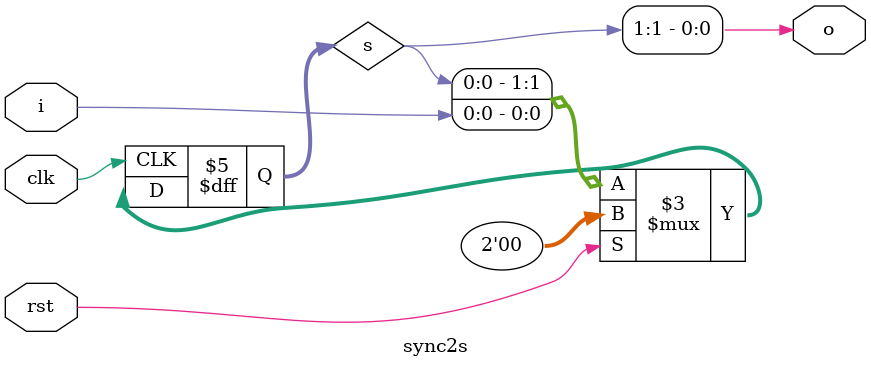
<source format=v>

module sync2s(rst, clk, i, o);
	input rst;
	input clk;
	input i;
	output o;
	
	reg [1:0] s;
	always @(posedge clk)
		if (rst)
			s <= 0;
		else
			s <= {s[0],i};
			
	assign o = s[1];
	
endmodule

</source>
